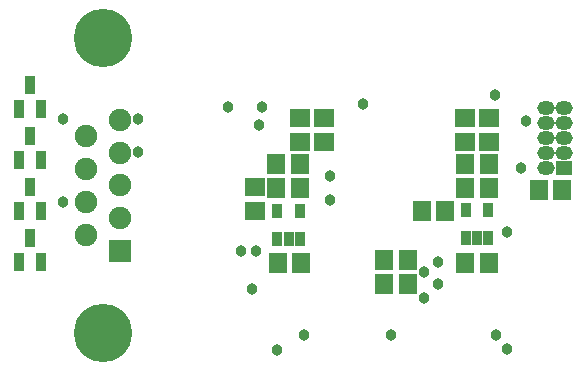
<source format=gbs>
%FSLAX23Y23*%
%MOIN*%
G70*
G01*
G75*
G04 Layer_Color=16711935*
%ADD10R,0.059X0.055*%
%ADD11R,0.100X0.060*%
%ADD12R,0.055X0.059*%
%ADD13R,0.071X0.075*%
%ADD14R,0.055X0.016*%
%ADD15O,0.083X0.010*%
%ADD16O,0.010X0.083*%
%ADD17R,0.217X0.079*%
%ADD18R,0.010X0.055*%
%ADD19R,0.055X0.010*%
%ADD20R,0.163X0.163*%
%ADD21C,0.010*%
%ADD22C,0.020*%
%ADD23C,0.015*%
%ADD24O,0.050X0.040*%
%ADD25R,0.050X0.040*%
%ADD26C,0.187*%
%ADD27R,0.067X0.067*%
%ADD28C,0.067*%
%ADD29C,0.030*%
%ADD30R,0.024X0.051*%
%ADD31R,0.024X0.043*%
%ADD32C,0.024*%
%ADD33C,0.010*%
%ADD34C,0.008*%
%ADD35C,0.008*%
%ADD36C,0.006*%
%ADD37R,0.067X0.063*%
%ADD38R,0.108X0.068*%
%ADD39R,0.063X0.067*%
%ADD40R,0.079X0.083*%
%ADD41R,0.063X0.024*%
%ADD42O,0.091X0.018*%
%ADD43O,0.018X0.091*%
%ADD44R,0.225X0.087*%
%ADD45R,0.018X0.063*%
%ADD46R,0.063X0.018*%
%ADD47R,0.171X0.171*%
%ADD48O,0.058X0.048*%
%ADD49R,0.058X0.048*%
%ADD50C,0.195*%
%ADD51R,0.075X0.075*%
%ADD52C,0.075*%
%ADD53C,0.038*%
%ADD54R,0.032X0.059*%
%ADD55R,0.032X0.051*%
D37*
X1580Y776D02*
D03*
Y854D02*
D03*
X1110Y776D02*
D03*
Y854D02*
D03*
X880Y624D02*
D03*
Y546D02*
D03*
X1660Y776D02*
D03*
Y854D02*
D03*
X1030Y776D02*
D03*
Y854D02*
D03*
D39*
X1904Y615D02*
D03*
X1826D02*
D03*
X1311Y300D02*
D03*
X1389D02*
D03*
X1311Y380D02*
D03*
X1389D02*
D03*
X1659Y370D02*
D03*
X1581D02*
D03*
Y700D02*
D03*
X1659D02*
D03*
X1581Y620D02*
D03*
X1659D02*
D03*
X1436Y545D02*
D03*
X1514D02*
D03*
X1034Y370D02*
D03*
X956D02*
D03*
X951Y620D02*
D03*
X1029D02*
D03*
X951Y700D02*
D03*
X1029D02*
D03*
D48*
X1849Y889D02*
D03*
X1909D02*
D03*
X1849Y839D02*
D03*
X1909D02*
D03*
X1849Y789D02*
D03*
X1909D02*
D03*
X1849Y739D02*
D03*
X1909D02*
D03*
X1849Y689D02*
D03*
D49*
X1909D02*
D03*
D50*
X374Y1122D02*
D03*
Y138D02*
D03*
D51*
X430Y412D02*
D03*
D52*
X318Y466D02*
D03*
X430Y521D02*
D03*
X318Y575D02*
D03*
X430Y630D02*
D03*
X318Y684D02*
D03*
X430Y739D02*
D03*
X318Y794D02*
D03*
X430Y848D02*
D03*
D53*
X1130Y580D02*
D03*
Y660D02*
D03*
X490Y850D02*
D03*
Y740D02*
D03*
X1445Y340D02*
D03*
Y255D02*
D03*
X1490Y300D02*
D03*
X240Y850D02*
D03*
X870Y285D02*
D03*
X905Y890D02*
D03*
X895Y830D02*
D03*
X1335Y130D02*
D03*
X1043D02*
D03*
X1240Y900D02*
D03*
X1685Y130D02*
D03*
X1680Y930D02*
D03*
X1720Y475D02*
D03*
Y85D02*
D03*
X791Y890D02*
D03*
X1785Y845D02*
D03*
X240Y575D02*
D03*
X1768Y689D02*
D03*
X955Y80D02*
D03*
X835Y410D02*
D03*
X885D02*
D03*
X1490Y375D02*
D03*
D54*
X167Y884D02*
D03*
X93D02*
D03*
X130Y966D02*
D03*
X167Y714D02*
D03*
X93D02*
D03*
X130Y796D02*
D03*
X167Y544D02*
D03*
X93D02*
D03*
X130Y626D02*
D03*
X167Y374D02*
D03*
X93D02*
D03*
X130Y456D02*
D03*
D55*
X1657Y453D02*
D03*
X1620D02*
D03*
X1583D02*
D03*
Y547D02*
D03*
X1657D02*
D03*
X1030Y450D02*
D03*
X993D02*
D03*
X955D02*
D03*
Y544D02*
D03*
X1030D02*
D03*
M02*

</source>
